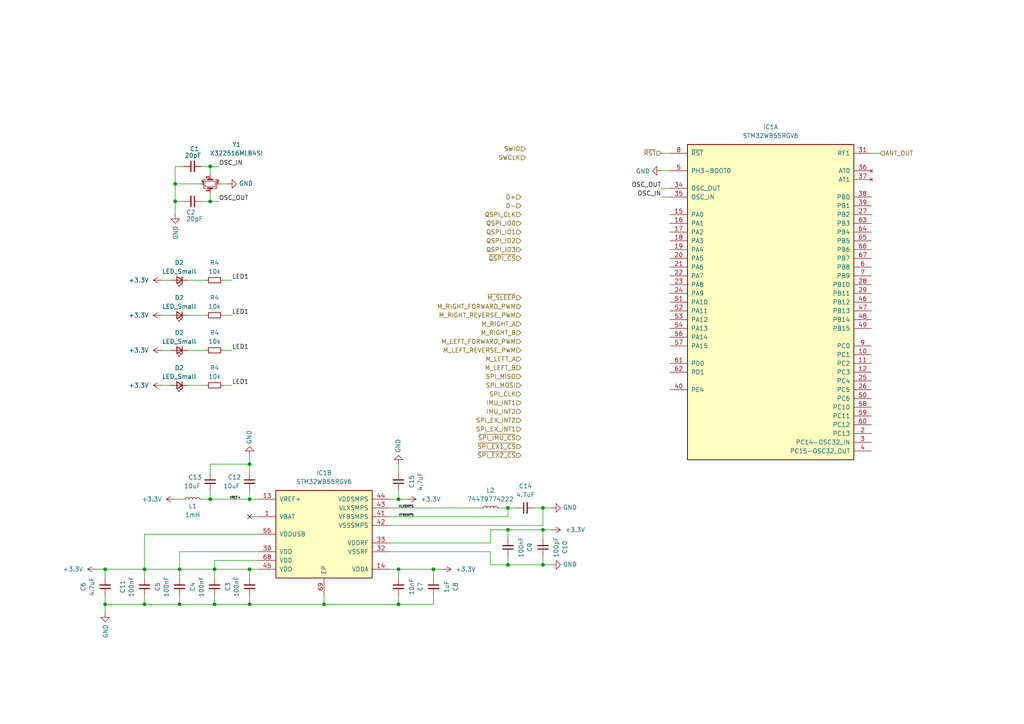
<source format=kicad_sch>
(kicad_sch (version 20230121) (generator eeschema)
  (paper "A4")
  (lib_symbols
    (symbol "Device:C_Small" (pin_numbers hide) (pin_names (offset 0.254) hide)
      (property "Reference" "C" (at 0.254 1.778 0))
      (property "Value" "C_Small" (at 0.254 -2.032 0))
      (symbol "C_Small_0_1"
        (polyline (pts (xy -1.524 -0.508) (xy 1.524 -0.508)) (stroke (width 0.3302)))
        (polyline (pts (xy -1.524 0.508) (xy 1.524 0.508)) (stroke (width 0.3048)))
      )
      (symbol "C_Small_1_1"
        (pin passive line (at 0 2.54 270) (length 2.032) (name "~") (number "1"))
        (pin passive line (at 0 -2.54 90) (length 2.032) (name "~") (number "2"))
      )
    )
    (symbol "Device:Crystal_GND24_Small" (pin_names (offset 1.016) hide)
      (property "Reference" "Y" (at 1.27 4.445 0))
      (property "Value" "Crystal_GND24_Small" (at 1.27 2.54 0))
      (symbol "Crystal_GND24_Small_0_1"
        (rectangle (start -0.762 -1.524) (end 0.762 1.524))
        (polyline (pts (xy -1.27 -0.762) (xy -1.27 0.762)) (stroke (width 0.381)))
        (polyline (pts (xy 1.27 -0.762) (xy 1.27 0.762)) (stroke (width 0.381)))
        (polyline (pts (xy -1.27 -1.27) (xy -1.27 -1.905) (xy 1.27 -1.905) (xy 1.27 -1.27)))
        (polyline (pts (xy -1.27 1.27) (xy -1.27 1.905) (xy 1.27 1.905) (xy 1.27 1.27)))
      )
      (symbol "Crystal_GND24_Small_1_1"
        (pin passive line (at -2.54 0 0) (length 1.27) (name "1") (number "1"))
        (pin passive line (at 0 -2.54 90) (length 0.635) (name "2") (number "2"))
        (pin passive line (at 2.54 0 180) (length 1.27) (name "3") (number "3"))
        (pin passive line (at 0 2.54 270) (length 0.635) (name "4") (number "4"))
      )
    )
    (symbol "Device:LED_Small" (pin_numbers hide) (pin_names (offset 0.254) hide)
      (property "Reference" "D" (at -1.27 3.175 0))
      (property "Value" "LED_Small" (at -4.445 -2.54 0))
      (symbol "LED_Small_0_1"
        (polyline (pts (xy -0.762 -1.016) (xy -0.762 1.016)) (stroke (width 0.254)))
        (polyline (pts (xy 1.016 0) (xy -0.762 0)))
        (polyline (pts (xy 0.762 -1.016) (xy -0.762 0) (xy 0.762 1.016) (xy 0.762 -1.016)) (stroke (width 0.254)))
        (polyline (pts (xy 0 0.762) (xy -0.508 1.27) (xy -0.254 1.27) (xy -0.508 1.27) (xy -0.508 1.016)))
        (polyline (pts (xy 0.508 1.27) (xy 0 1.778) (xy 0.254 1.778) (xy 0 1.778) (xy 0 1.524)))
      )
      (symbol "LED_Small_1_1"
        (pin passive line (at -2.54 0 0) (length 1.778) (name "K") (number "1"))
        (pin passive line (at 2.54 0 180) (length 1.778) (name "A") (number "2"))
      )
    )
    (symbol "Device:L_Small" (pin_numbers hide) (pin_names (offset 0.254) hide)
      (property "Reference" "L" (at 0.762 1.016 0))
      (property "Value" "L_Small" (at 0.762 -1.016 0))
      (symbol "L_Small_0_1"
        (arc (start 0 -2.032) (mid 0.5058 -1.524) (end 0 -1.016))
        (arc (start 0 -1.016) (mid 0.5058 -0.508) (end 0 0))
        (arc (start 0 0) (mid 0.5058 0.508) (end 0 1.016))
        (arc (start 0 1.016) (mid 0.5058 1.524) (end 0 2.032))
      )
      (symbol "L_Small_1_1"
        (pin passive line (at 0 2.54 270) (length 0.508) (name "~") (number "1"))
        (pin passive line (at 0 -2.54 90) (length 0.508) (name "~") (number "2"))
      )
    )
    (symbol "Device:R_Small" (pin_numbers hide) (pin_names (offset 0.254) hide)
      (property "Reference" "R" (at 0.762 0.508 0))
      (property "Value" "R_Small" (at 0.762 -1.016 0))
      (symbol "R_Small_0_1"
        (rectangle (start -0.762 1.778) (end 0.762 -1.778) (stroke (width 0.2032)))
      )
      (symbol "R_Small_1_1"
        (pin passive line (at 0 2.54 270) (length 0.762) (name "~") (number "1"))
        (pin passive line (at 0 -2.54 90) (length 0.762) (name "~") (number "2"))
      )
    )
    (symbol "Samacsys_kicad_sym:74479774222" (pin_numbers hide) (pin_names hide)
      (property "Reference" "L" (at 16.51 6.35 0))
      (property "Value" "74479774222" (at 16.51 3.81 0))
      (symbol "74479774222_0_1"
        (arc (start -1.016 0) (mid -1.524 0.5058) (end -2.032 0))
        (arc (start 0 0) (mid -0.508 0.5058) (end -1.016 0))
        (arc (start 1.016 0) (mid 0.508 0.5058) (end 0 0))
        (arc (start 2.032 0) (mid 1.524 0.5058) (end 1.016 0))
      )
      (symbol "74479774222_1_1"
        (pin passive line (at -2.54 0 0) (length 0.508) (name "~") (number "1"))
        (pin passive line (at 2.54 0 180) (length 0.508) (name "~") (number "2"))
      )
    )
    (symbol "Samacsys_kicad_sym:STM32WB55RGV6" (pin_names (offset 1.016))
      (property "Reference" "IC" (at -6.35 17.78 0))
      (property "Value" "STM32WB55RGV6" (at -6.35 15.24 0))
      (symbol "STM32WB55RGV6_1_1"
        (rectangle (start -24.13 45.72) (end 24.13 -45.72) (stroke (width 0.254)) (fill (type background)))
        (pin passive line (at 29.21 -15.24 180) (length 5.08) (name "PC1") (number "10"))
        (pin passive line (at 29.21 -17.78 180) (length 5.08) (name "PC2") (number "11"))
        (pin passive line (at 29.21 -20.32 180) (length 5.08) (name "PC3") (number "12"))
        (pin passive line (at -29.21 25.4 0) (length 5.08) (name "PA0") (number "15"))
        (pin passive line (at -29.21 22.86 0) (length 5.08) (name "PA1") (number "16"))
        (pin passive line (at -29.21 20.32 0) (length 5.08) (name "PA2") (number "17"))
        (pin passive line (at -29.21 17.78 0) (length 5.08) (name "PA3") (number "18"))
        (pin passive line (at -29.21 15.24 0) (length 5.08) (name "PA4") (number "19"))
        (pin passive line (at 29.21 -38.1 180) (length 5.08) (name "PC13") (number "2"))
        (pin passive line (at -29.21 12.7 0) (length 5.08) (name "PA5") (number "20"))
        (pin passive line (at -29.21 10.16 0) (length 5.08) (name "PA6") (number "21"))
        (pin passive line (at -29.21 7.62 0) (length 5.08) (name "PA7") (number "22"))
        (pin passive line (at -29.21 5.08 0) (length 5.08) (name "PA8") (number "23"))
        (pin passive line (at -29.21 2.54 0) (length 5.08) (name "PA9") (number "24"))
        (pin passive line (at 29.21 -22.86 180) (length 5.08) (name "PC4") (number "25"))
        (pin passive line (at 29.21 -25.4 180) (length 5.08) (name "PC5") (number "26"))
        (pin passive line (at 29.21 25.4 180) (length 5.08) (name "PB2") (number "27"))
        (pin passive line (at 29.21 5.08 180) (length 5.08) (name "PB10") (number "28"))
        (pin passive line (at 29.21 2.54 180) (length 5.08) (name "PB11") (number "29"))
        (pin passive line (at 29.21 -40.64 180) (length 5.08) (name "PC14-OSC32_IN") (number "3"))
        (pin passive line (at 29.21 43.18 180) (length 5.08) (name "RF1") (number "31"))
        (pin passive line (at -29.21 33.02 0) (length 5.08) (name "OSC_OUT") (number "34"))
        (pin passive line (at -29.21 30.48 0) (length 5.08) (name "OSC_IN") (number "35"))
        (pin no_connect line (at 29.21 38.1 180) (length 5.08) (name "AT0") (number "36"))
        (pin no_connect line (at 29.21 35.56 180) (length 5.08) (name "AT1") (number "37"))
        (pin passive line (at 29.21 30.48 180) (length 5.08) (name "PB0") (number "38"))
        (pin passive line (at 29.21 27.94 180) (length 5.08) (name "PB1") (number "39"))
        (pin passive line (at 29.21 -43.18 180) (length 5.08) (name "PC15-OSC32_OUT") (number "4"))
        (pin passive line (at -29.21 -25.4 0) (length 5.08) (name "PE4") (number "40"))
        (pin passive line (at 29.21 0 180) (length 5.08) (name "PB12") (number "46"))
        (pin passive line (at 29.21 -2.54 180) (length 5.08) (name "PB13") (number "47"))
        (pin passive line (at 29.21 -5.08 180) (length 5.08) (name "PB14") (number "48"))
        (pin passive line (at 29.21 -7.62 180) (length 5.08) (name "PB15") (number "49"))
        (pin passive line (at -29.21 38.1 0) (length 5.08) (name "PH3-BOOT0") (number "5"))
        (pin passive line (at 29.21 -27.94 180) (length 5.08) (name "PC6") (number "50"))
        (pin passive line (at -29.21 0 0) (length 5.08) (name "PA10") (number "51"))
        (pin passive line (at -29.21 -2.54 0) (length 5.08) (name "PA11") (number "52"))
        (pin passive line (at -29.21 -5.08 0) (length 5.08) (name "PA12") (number "53"))
        (pin passive line (at -29.21 -7.62 0) (length 5.08) (name "PA13") (number "54"))
        (pin passive line (at -29.21 -10.16 0) (length 5.08) (name "PA14") (number "56"))
        (pin passive line (at -29.21 -12.7 0) (length 5.08) (name "PA15") (number "57"))
        (pin passive line (at 29.21 -30.48 180) (length 5.08) (name "PC10") (number "58"))
        (pin passive line (at 29.21 -33.02 180) (length 5.08) (name "PC11") (number "59"))
        (pin passive line (at 29.21 10.16 180) (length 5.08) (name "PB8") (number "6"))
        (pin passive line (at 29.21 -35.56 180) (length 5.08) (name "PC12") (number "60"))
        (pin passive line (at -29.21 -17.78 0) (length 5.08) (name "PD0") (number "61"))
        (pin passive line (at -29.21 -20.32 0) (length 5.08) (name "PD1") (number "62"))
        (pin passive line (at 29.21 22.86 180) (length 5.08) (name "PB3") (number "63"))
        (pin passive line (at 29.21 20.32 180) (length 5.08) (name "PB4") (number "64"))
        (pin passive line (at 29.21 17.78 180) (length 5.08) (name "PB5") (number "65"))
        (pin passive line (at 29.21 15.24 180) (length 5.08) (name "PB6") (number "66"))
        (pin passive line (at 29.21 12.7 180) (length 5.08) (name "PB7") (number "67"))
        (pin passive line (at 29.21 7.62 180) (length 5.08) (name "PB9") (number "7"))
        (pin passive line (at -29.21 43.18 0) (length 5.08) (name "~{RST}") (number "8"))
        (pin passive line (at 29.21 -12.7 180) (length 5.08) (name "PC0") (number "9"))
      )
      (symbol "STM32WB55RGV6_2_1"
        (rectangle (start -13.97 12.7) (end 13.97 -12.7) (stroke (width 0.254)) (fill (type background)))
        (pin passive line (at -19.05 5.08 0) (length 5.08) (name "VBAT") (number "1"))
        (pin passive line (at -19.05 10.16 0) (length 5.08) (name "VREF+") (number "13"))
        (pin passive line (at 19.05 -10.16 180) (length 5.08) (name "VDDA") (number "14"))
        (pin passive line (at -19.05 -5.08 0) (length 5.08) (name "VDD") (number "30"))
        (pin passive line (at 19.05 -5.08 180) (length 5.08) (name "VSSRF") (number "32"))
        (pin passive line (at 19.05 -2.54 180) (length 5.08) (name "VDDRF") (number "33"))
        (pin passive line (at 19.05 5.08 180) (length 5.08) (name "VFBSMPS") (number "41"))
        (pin passive line (at 19.05 2.54 180) (length 5.08) (name "VSSSMPS") (number "42"))
        (pin passive line (at 19.05 7.62 180) (length 5.08) (name "VLXSMPS") (number "43"))
        (pin passive line (at 19.05 10.16 180) (length 5.08) (name "VDDSMPS") (number "44"))
        (pin passive line (at -19.05 -10.16 0) (length 5.08) (name "VDD") (number "45"))
        (pin passive line (at -19.05 0 0) (length 5.08) (name "VDDUSB") (number "55"))
        (pin passive line (at -19.05 -7.62 0) (length 5.08) (name "VDD") (number "68"))
        (pin passive line (at 0 -17.78 90) (length 5.08) (name "EP") (number "69"))
      )
    )
    (symbol "power:+3.3V" (power) (pin_names (offset 0))
      (property "Value" "+3.3V" (at 0 3.556 0))
      (symbol "+3.3V_0_1"
        (polyline (pts (xy -0.762 1.27) (xy 0 2.54)))
        (polyline (pts (xy 0 0) (xy 0 2.54)))
        (polyline (pts (xy 0 2.54) (xy 0.762 1.27)))
      )
      (symbol "+3.3V_1_1"
        (pin power_in line (at 0 0 90) (length 0) hide (name "+3.3V") (number "1"))
      )
    )
    (symbol "power:GND" (power) (pin_names (offset 0))
      (property "Value" "GND" (at 0 -3.81 0))
      (symbol "GND_0_1"
        (polyline (pts (xy 0 0) (xy 0 -1.27) (xy 1.27 -1.27) (xy 0 -2.54) (xy -1.27 -1.27) (xy 0 -1.27)))
      )
      (symbol "GND_1_1"
        (pin power_in line (at 0 0 270) (length 0) hide (name "GND") (number "1"))
      )
    )
  )
  (junction (at 125.73 165.1))
  (junction (at 115.57 144.78))
  (junction (at 157.48 147.32))
  (junction (at 41.91 165.1))
  (junction (at 157.48 163.83))
  (junction (at 72.39 175.26))
  (junction (at 72.39 165.1))
  (junction (at 147.32 153.67))
  (junction (at 50.8 53.34))
  (junction (at 60.96 58.42))
  (junction (at 60.96 144.78))
  (junction (at 72.39 144.78))
  (junction (at 147.32 163.83))
  (junction (at 157.48 153.67))
  (junction (at 52.07 165.1))
  (junction (at 115.57 165.1))
  (junction (at 30.48 175.26))
  (junction (at 50.8 58.42))
  (junction (at 52.07 175.26))
  (junction (at 93.98 175.26))
  (junction (at 62.23 165.1))
  (junction (at 62.23 175.26))
  (junction (at 147.32 147.32))
  (junction (at 30.48 165.1))
  (junction (at 72.39 134.62))
  (junction (at 41.91 175.26))
  (junction (at 60.96 48.26))
  (junction (at 115.57 175.26))
  (no_connect (at 72.39 149.86))
  (wire (pts (xy 115.57 175.26) (xy 93.98 175.26)))
  (wire (pts (xy 60.96 58.42) (xy 63.5 58.42)))
  (wire (pts (xy 72.39 165.1) (xy 62.23 165.1)))
  (wire (pts (xy 72.39 149.86) (xy 74.93 149.86)))
  (wire (pts (xy 46.99 91.44) (xy 49.53 91.44)))
  (wire (pts (xy 52.07 160.02) (xy 52.07 165.1)))
  (wire (pts (xy 63.5 53.34) (xy 66.04 53.34)))
  (wire (pts (xy 60.96 142.24) (xy 60.96 144.78)))
  (wire (pts (xy 41.91 175.26) (xy 52.07 175.26)))
  (wire (pts (xy 157.48 153.67) (xy 160.02 153.67)))
  (wire (pts (xy 144.78 147.32) (xy 147.32 147.32)))
  (wire (pts (xy 30.48 165.1) (xy 30.48 167.64)))
  (wire (pts (xy 50.8 144.78) (xy 53.34 144.78)))
  (wire (pts (xy 74.93 162.56) (xy 62.23 162.56)))
  (wire (pts (xy 157.48 156.21) (xy 157.48 153.67)))
  (wire (pts (xy 54.61 81.28) (xy 59.69 81.28)))
  (wire (pts (xy 50.8 53.34) (xy 50.8 58.42)))
  (wire (pts (xy 41.91 172.72) (xy 41.91 175.26)))
  (wire (pts (xy 115.57 165.1) (xy 115.57 167.64)))
  (wire (pts (xy 60.96 144.78) (xy 72.39 144.78)))
  (wire (pts (xy 30.48 165.1) (xy 41.91 165.1)))
  (wire (pts (xy 191.77 49.53) (xy 194.31 49.53)))
  (wire (pts (xy 157.48 163.83) (xy 147.32 163.83)))
  (wire (pts (xy 113.03 165.1) (xy 115.57 165.1)))
  (wire (pts (xy 50.8 48.26) (xy 50.8 53.34)))
  (wire (pts (xy 64.77 101.6) (xy 67.31 101.6)))
  (wire (pts (xy 53.34 48.26) (xy 50.8 48.26)))
  (wire (pts (xy 74.93 154.94) (xy 41.91 154.94)))
  (wire (pts (xy 46.99 101.6) (xy 49.53 101.6)))
  (wire (pts (xy 60.96 144.78) (xy 58.42 144.78)))
  (wire (pts (xy 60.96 58.42) (xy 60.96 55.88)))
  (wire (pts (xy 30.48 175.26) (xy 41.91 175.26)))
  (wire (pts (xy 52.07 165.1) (xy 52.07 167.64)))
  (wire (pts (xy 72.39 175.26) (xy 93.98 175.26)))
  (wire (pts (xy 60.96 48.26) (xy 58.42 48.26)))
  (wire (pts (xy 125.73 175.26) (xy 115.57 175.26)))
  (wire (pts (xy 115.57 142.24) (xy 115.57 144.78)))
  (wire (pts (xy 113.03 147.32) (xy 139.7 147.32)))
  (wire (pts (xy 54.61 91.44) (xy 59.69 91.44)))
  (wire (pts (xy 113.03 157.48) (xy 142.24 157.48)))
  (wire (pts (xy 157.48 163.83) (xy 160.02 163.83)))
  (wire (pts (xy 157.48 153.67) (xy 147.32 153.67)))
  (wire (pts (xy 41.91 165.1) (xy 41.91 167.64)))
  (wire (pts (xy 74.93 165.1) (xy 72.39 165.1)))
  (wire (pts (xy 252.73 44.45) (xy 255.27 44.45)))
  (wire (pts (xy 62.23 165.1) (xy 62.23 167.64)))
  (wire (pts (xy 125.73 165.1) (xy 128.27 165.1)))
  (wire (pts (xy 142.24 163.83) (xy 147.32 163.83)))
  (wire (pts (xy 27.94 165.1) (xy 30.48 165.1)))
  (wire (pts (xy 62.23 175.26) (xy 52.07 175.26)))
  (wire (pts (xy 30.48 172.72) (xy 30.48 175.26)))
  (wire (pts (xy 52.07 175.26) (xy 52.07 172.72)))
  (wire (pts (xy 147.32 163.83) (xy 147.32 161.29)))
  (wire (pts (xy 54.61 101.6) (xy 59.69 101.6)))
  (wire (pts (xy 62.23 172.72) (xy 62.23 175.26)))
  (wire (pts (xy 64.77 91.44) (xy 67.31 91.44)))
  (wire (pts (xy 60.96 137.16) (xy 60.96 134.62)))
  (wire (pts (xy 30.48 177.8) (xy 30.48 175.26)))
  (wire (pts (xy 41.91 165.1) (xy 52.07 165.1)))
  (wire (pts (xy 74.93 160.02) (xy 52.07 160.02)))
  (wire (pts (xy 115.57 134.62) (xy 115.57 137.16)))
  (wire (pts (xy 60.96 48.26) (xy 63.5 48.26)))
  (wire (pts (xy 113.03 144.78) (xy 115.57 144.78)))
  (wire (pts (xy 115.57 172.72) (xy 115.57 175.26)))
  (wire (pts (xy 142.24 160.02) (xy 142.24 163.83)))
  (wire (pts (xy 72.39 142.24) (xy 72.39 144.78)))
  (wire (pts (xy 72.39 134.62) (xy 72.39 137.16)))
  (wire (pts (xy 72.39 165.1) (xy 72.39 167.64)))
  (wire (pts (xy 46.99 111.76) (xy 49.53 111.76)))
  (wire (pts (xy 50.8 62.23) (xy 50.8 58.42)))
  (wire (pts (xy 72.39 172.72) (xy 72.39 175.26)))
  (wire (pts (xy 157.48 147.32) (xy 160.02 147.32)))
  (wire (pts (xy 62.23 165.1) (xy 52.07 165.1)))
  (wire (pts (xy 72.39 175.26) (xy 62.23 175.26)))
  (wire (pts (xy 64.77 111.76) (xy 67.31 111.76)))
  (wire (pts (xy 72.39 132.08) (xy 72.39 134.62)))
  (wire (pts (xy 125.73 167.64) (xy 125.73 165.1)))
  (wire (pts (xy 50.8 53.34) (xy 58.42 53.34)))
  (wire (pts (xy 46.99 81.28) (xy 49.53 81.28)))
  (wire (pts (xy 147.32 153.67) (xy 147.32 156.21)))
  (wire (pts (xy 157.48 147.32) (xy 157.48 152.4)))
  (wire (pts (xy 142.24 153.67) (xy 147.32 153.67)))
  (wire (pts (xy 191.77 57.15) (xy 194.31 57.15)))
  (wire (pts (xy 154.94 147.32) (xy 157.48 147.32)))
  (wire (pts (xy 41.91 154.94) (xy 41.91 165.1)))
  (wire (pts (xy 142.24 157.48) (xy 142.24 153.67)))
  (wire (pts (xy 147.32 147.32) (xy 147.32 149.86)))
  (wire (pts (xy 72.39 144.78) (xy 74.93 144.78)))
  (wire (pts (xy 147.32 147.32) (xy 149.86 147.32)))
  (wire (pts (xy 113.03 152.4) (xy 157.48 152.4)))
  (wire (pts (xy 62.23 162.56) (xy 62.23 165.1)))
  (wire (pts (xy 191.77 54.61) (xy 194.31 54.61)))
  (wire (pts (xy 60.96 48.26) (xy 60.96 50.8)))
  (wire (pts (xy 125.73 165.1) (xy 115.57 165.1)))
  (wire (pts (xy 54.61 111.76) (xy 59.69 111.76)))
  (wire (pts (xy 64.77 81.28) (xy 67.31 81.28)))
  (wire (pts (xy 113.03 149.86) (xy 147.32 149.86)))
  (wire (pts (xy 93.98 175.26) (xy 93.98 172.72)))
  (wire (pts (xy 191.77 44.45) (xy 194.31 44.45)))
  (wire (pts (xy 125.73 172.72) (xy 125.73 175.26)))
  (wire (pts (xy 157.48 161.29) (xy 157.48 163.83)))
  (wire (pts (xy 113.03 160.02) (xy 142.24 160.02)))
  (wire (pts (xy 115.57 144.78) (xy 118.11 144.78)))
  (wire (pts (xy 50.8 58.42) (xy 53.34 58.42)))
  (wire (pts (xy 60.96 134.62) (xy 72.39 134.62)))
  (wire (pts (xy 58.42 58.42) (xy 60.96 58.42)))
  (label "OSC_OUT" (at 63.5 58.42 0))
  (label "VLXSMPS" (at 115.57 147.32 0) (effects (font (size 0.635 0.635))))
  (label "VREF+" (at 69.85 144.78 180) (effects (font (size 0.635 0.635))))
  (label "OSC_IN" (at 191.77 57.15 180))
  (label "LED1" (at 67.31 111.76 0))
  (label "LED1" (at 67.31 101.6 0))
  (label "LED1" (at 67.31 91.44 0))
  (label "OSC_IN" (at 63.5 48.26 0))
  (label "OSC_OUT" (at 191.77 54.61 180))
  (label "LED1" (at 67.31 81.28 0))
  (label "VFBSMPS" (at 115.57 149.86 0) (effects (font (size 0.635 0.635))))
  (hierarchical_label "D-" (shape input) (at 151.13 59.69 180))
  (hierarchical_label "M_RIGHT_B" (shape input) (at 151.13 96.52 180))
  (hierarchical_label "SPI_EX_INT2" (shape input) (at 151.13 121.92 180))
  (hierarchical_label "SPI_EX_INT1" (shape input) (at 151.13 124.46 180))
  (hierarchical_label "SPI_CLK" (shape input) (at 151.13 114.3 180))
  (hierarchical_label "M_LEFT_FORWARD_PWM" (shape input) (at 151.13 99.06 180))
  (hierarchical_label "SWCLK" (shape input) (at 152.4 45.72 180))
  (hierarchical_label "~{RST}" (shape input) (at 191.77 44.45 180))
  (hierarchical_label "~{SPI_IMU_CS}" (shape input) (at 151.13 127 180))
  (hierarchical_label "SWIO" (shape input) (at 152.4 43.18 180))
  (hierarchical_label "D+" (shape input) (at 151.13 57.15 180))
  (hierarchical_label "QSPI_IO3" (shape input) (at 151.13 72.39 180))
  (hierarchical_label "SPI_MISO" (shape input) (at 151.13 109.22 180))
  (hierarchical_label "~{M_SLEEP}" (shape input) (at 151.13 86.36 180))
  (hierarchical_label "~{SPI_EX2_CS}" (shape input) (at 151.13 132.08 180))
  (hierarchical_label "QSPI_CLK" (shape input) (at 151.13 62.23 180))
  (hierarchical_label "SPI_MOSI" (shape input) (at 151.13 111.76 180))
  (hierarchical_label "M_RIGHT_FORWARD_PWM" (shape input) (at 151.13 88.9 180))
  (hierarchical_label "QSPI_IO1" (shape input) (at 151.13 67.31 180))
  (hierarchical_label "M_LEFT_A" (shape input) (at 151.13 104.14 180))
  (hierarchical_label "~{QSPI_CS}" (shape input) (at 151.13 74.93 180))
  (hierarchical_label "QSPI_IO0" (shape input) (at 151.13 64.77 180))
  (hierarchical_label "~{SPI_EX1_CS}" (shape input) (at 151.13 129.54 180))
  (hierarchical_label "IMU_INT2" (shape input) (at 151.13 119.38 180))
  (hierarchical_label "QSPI_IO2" (shape input) (at 151.13 69.85 180))
  (hierarchical_label "M_RIGHT_A" (shape input) (at 151.13 93.98 180))
  (hierarchical_label "ANT_OUT" (shape input) (at 255.27 44.45 0))
  (hierarchical_label "IMU_INT1" (shape input) (at 151.13 116.84 180))
  (hierarchical_label "M_LEFT_REVERSE_PWM" (shape input) (at 151.13 101.6 180))
  (hierarchical_label "M_RIGHT_REVERSE_PWM" (shape input) (at 151.13 91.44 180))
  (hierarchical_label "M_LEFT_B" (shape input) (at 151.13 106.68 180))
  (symbol (lib_id "Device:C_Small") (at 30.48 170.18 180) (unit 1)
    (property "Reference" "C6" (at 24.13 170.18 90))
    (property "Value" "4.7uF" (at 26.67 170.18 90))
    (property "Footprint" "Capacitor_SMD:C_0603_1608Metric" (effects hide))
    (property "Manufacturer_Name" "--" (effects hide))
    (property "Manufacturer_Part_Number" "--" (effects hide))
    (instances (project "SmSemProject" (path "" (reference "C6") (unit 1))) (project "PUTM_EV_BMS_HV_Master_2021" (path "" (reference "C43") (unit 1))))
  )
  (symbol (lib_id "Device:C_Small") (at 55.88 58.42 270) (unit 1)
    (property "Reference" "C2" (at 53.975 61.595 90) (effects (justify left)))
    (property "Value" "20pF" (at 53.975 63.5 90) (effects (justify left)))
    (property "Footprint" "Capacitor_SMD:C_0603_1608Metric" (effects hide))
    (property "Manufacturer_Name" "--" (effects hide))
    (property "Manufacturer_Part_Number" "--" (effects hide))
    (instances (project "SmSemProject" (path "" (reference "C2") (unit 1))) (project "PUTM_EV_BMS_HV_Master_2021" (path "" (reference "C44") (unit 1))))
  )
  (symbol (lib_id "Device:LED_Small") (at 52.07 91.44 180) (unit 1)
    (property "Reference" "D2" (at 52.0065 86.36 0))
    (property "Value" "LED_Small" (at 52.0065 88.9 0))
    (property "Footprint" "LED_SMD:LED_0603_1608Metric" (effects hide))
    (instances (project "SmSemProject" (path "" (reference "D2") (unit 1)) (path "" (reference "D5") (unit 1))))
  )
  (symbol (lib_id "Device:C_Small") (at 157.48 158.75 0) (mirror x) (unit 1)
    (property "Reference" "C10" (at 163.83 158.75 90))
    (property "Value" "100pF" (at 161.29 158.75 90))
    (property "Footprint" "Capacitor_SMD:C_0603_1608Metric" (effects hide))
    (property "Manufacturer_Name" "--" (effects hide))
    (property "Manufacturer_Part_Number" "--" (effects hide))
    (instances (project "SmSemProject" (path "" (reference "C10") (unit 1))) (project "PUTM_EV_BMS_HV_Master_2021" (path "" (reference "C43") (unit 1))))
  )
  (symbol (lib_id "Device:LED_Small") (at 52.07 111.76 180) (unit 1)
    (property "Reference" "D2" (at 52.0065 106.68 0))
    (property "Value" "LED_Small" (at 52.0065 109.22 0))
    (property "Footprint" "LED_SMD:LED_0603_1608Metric" (effects hide))
    (instances (project "SmSemProject" (path "" (reference "D2") (unit 1)) (path "" (reference "D7") (unit 1))))
  )
  (symbol (lib_id "Device:C_Small") (at 60.96 139.7 0) (unit 1)
    (property "Reference" "C13" (at 54.61 138.43 0) (effects (justify left)))
    (property "Value" "10uF" (at 53.34 140.97 0) (effects (justify left)))
    (property "Footprint" "Capacitor_SMD:C_0603_1608Metric" (effects hide))
    (property "Manufacturer_Name" "--" (effects hide))
    (property "Manufacturer_Part_Number" "--" (effects hide))
    (instances (project "SmSemProject" (path "" (reference "C13") (unit 1))) (project "PUTM_EV_BMS_HV_Master_2021" (path "" (reference "C7") (unit 1)) (path "" (reference "C22") (unit 1)) (path "" (reference "C26") (unit 1))))
  )
  (symbol (lib_id "power:+3.3V") (at 27.94 165.1 90) (unit 1)
    (property "Reference" "#PWR06" (effects hide))
    (property "Value" "+3.3V" (at 24.13 165.1 90) (effects (justify left)))
  )
  (symbol (lib_id "Device:C_Small") (at 115.57 139.7 180) (unit 1)
    (property "Reference" "C15" (at 119.38 139.7 90))
    (property "Value" "4.7uF" (at 121.92 139.7 90))
    (property "Footprint" "Capacitor_SMD:C_0603_1608Metric" (effects hide))
    (property "Manufacturer_Name" "--" (effects hide))
    (property "Manufacturer_Part_Number" "--" (effects hide))
    (instances (project "SmSemProject" (path "" (reference "C15") (unit 1))) (project "PUTM_EV_BMS_HV_Master_2021" (path "" (reference "C43") (unit 1))))
  )
  (symbol (lib_id "power:+3.3V") (at 46.99 91.44 90) (unit 1)
    (property "Reference" "#PWR052" (effects hide))
    (property "Value" "+3.3V" (at 43.18 91.44 90) (effects (justify left)))
  )
  (symbol (lib_id "power:+3.3V") (at 46.99 81.28 90) (unit 1)
    (property "Reference" "#PWR051" (effects hide))
    (property "Value" "+3.3V" (at 43.18 81.28 90) (effects (justify left)))
  )
  (symbol (lib_id "Device:R_Small") (at 62.23 101.6 270) (unit 1)
    (property "Reference" "R4" (at 62.23 96.52 90))
    (property "Value" "10k" (at 62.23 99.06 90))
    (property "Footprint" "Resistor_SMD:R_0603_1608Metric" (effects hide))
    (instances (project "SmSemProject" (path "" (reference "R4") (unit 1)) (path "" (reference "R7") (unit 1))))
  )
  (symbol (lib_id "power:GND") (at 50.8 62.23 0) (unit 1)
    (property "Reference" "#PWR03" (effects hide))
    (property "Value" "GND" (at 50.927 65.4812 90) (effects (justify right)))
    (instances (project "SmSemProject" (path "" (reference "#PWR03") (unit 1))) (project "PUTM_EV_BMS_HV_Master_2021" (path "" (reference "#PWR091") (unit 1))))
  )
  (symbol (lib_id "power:+3.3V") (at 46.99 101.6 90) (unit 1)
    (property "Reference" "#PWR053" (effects hide))
    (property "Value" "+3.3V" (at 43.18 101.6 90) (effects (justify left)))
  )
  (symbol (lib_id "Samacsys_kicad_sym:74479774222") (at 142.24 147.32 0) (unit 1)
    (property "Reference" "L2" (at 142.24 142.24 0))
    (property "Value" "74479774222" (at 142.24 144.78 0))
    (property "Footprint" "Samacsys:WE-PMI_080562" (effects hide))
    (property "Mouser Part Number" "710-74479774222" (effects hide))
    (property "Mouser Price/Stock" "https://www.mouser.co.uk/ProductDetail/Wurth-Elektronik/74479774222?qs=%252BUQ4csG8Rsd58%2FKCVoLnRw%3D%3D" (effects hide))
    (property "Manufacturer_Name" "Wurth Elektronik" (effects hide))
    (property "Manufacturer_Part_Number" "74479774222" (effects hide))
  )
  (symbol (lib_id "Device:C_Small") (at 152.4 147.32 90) (unit 1)
    (property "Reference" "C14" (at 152.4 140.97 90))
    (property "Value" "4.7uF" (at 152.4 143.51 90))
    (property "Footprint" "Capacitor_SMD:C_0603_1608Metric" (effects hide))
    (property "Manufacturer_Name" "--" (effects hide))
    (property "Manufacturer_Part_Number" "--" (effects hide))
    (instances (project "SmSemProject" (path "" (reference "C14") (unit 1))) (project "PUTM_EV_BMS_HV_Master_2021" (path "" (reference "C43") (unit 1))))
  )
  (symbol (lib_id "Device:R_Small") (at 62.23 91.44 270) (unit 1)
    (property "Reference" "R4" (at 62.23 86.36 90))
    (property "Value" "10k" (at 62.23 88.9 90))
    (property "Footprint" "Resistor_SMD:R_0603_1608Metric" (effects hide))
    (instances (project "SmSemProject" (path "" (reference "R4") (unit 1)) (path "" (reference "R6") (unit 1))))
  )
  (symbol (lib_id "power:+3.3V") (at 160.02 153.67 270) (unit 1)
    (property "Reference" "#PWR08" (effects hide))
    (property "Value" "+3.3V" (at 163.83 153.67 90) (effects (justify left)))
  )
  (symbol (lib_id "power:+3.3V") (at 118.11 144.78 270) (unit 1)
    (property "Reference" "#PWR013" (effects hide))
    (property "Value" "+3.3V" (at 121.92 144.78 90) (effects (justify left)))
  )
  (symbol (lib_id "Device:LED_Small") (at 52.07 101.6 180) (unit 1)
    (property "Reference" "D2" (at 52.0065 96.52 0))
    (property "Value" "LED_Small" (at 52.0065 99.06 0))
    (property "Footprint" "LED_SMD:LED_0603_1608Metric" (effects hide))
    (instances (project "SmSemProject" (path "" (reference "D2") (unit 1)) (path "" (reference "D6") (unit 1))))
  )
  (symbol (lib_id "Device:C_Small") (at 115.57 170.18 0) (unit 1)
    (property "Reference" "C7" (at 121.92 170.18 90))
    (property "Value" "10nF" (at 119.38 170.18 90))
    (property "Footprint" "Capacitor_SMD:C_0603_1608Metric" (effects hide))
    (property "Manufacturer_Name" "--" (effects hide))
    (property "Manufacturer_Part_Number" "--" (effects hide))
    (instances (project "SmSemProject" (path "" (reference "C7") (unit 1))) (project "PUTM_EV_BMS_HV_Master_2021" (path "" (reference "C43") (unit 1))))
  )
  (symbol (lib_id "Device:R_Small") (at 62.23 81.28 270) (unit 1)
    (property "Reference" "R4" (at 62.23 76.2 90))
    (property "Value" "10k" (at 62.23 78.74 90))
    (property "Footprint" "Resistor_SMD:R_0603_1608Metric" (effects hide))
    (instances (project "SmSemProject" (path "" (reference "R4") (unit 1)) (path "" (reference "R5") (unit 1))))
  )
  (symbol (lib_id "Device:LED_Small") (at 52.07 81.28 180) (unit 1)
    (property "Reference" "D2" (at 52.0065 76.2 0))
    (property "Value" "LED_Small" (at 52.0065 78.74 0))
    (property "Footprint" "LED_SMD:LED_0603_1608Metric" (effects hide))
    (instances (project "SmSemProject" (path "" (reference "D2") (unit 1)) (path "" (reference "D4") (unit 1))))
  )
  (symbol (lib_id "power:+3.3V") (at 46.99 111.76 90) (unit 1)
    (property "Reference" "#PWR054" (effects hide))
    (property "Value" "+3.3V" (at 43.18 111.76 90) (effects (justify left)))
  )
  (symbol (lib_id "power:GND") (at 115.57 134.62 180) (unit 1)
    (property "Reference" "#PWR014" (effects hide))
    (property "Value" "GND" (at 115.443 131.3688 90) (effects (justify right)))
    (instances (project "SmSemProject" (path "" (reference "#PWR014") (unit 1))) (project "PUTM_EV_BMS_HV_Master_2021" (path "" (reference "#PWR091") (unit 1))))
  )
  (symbol (lib_id "Device:C_Small") (at 52.07 170.18 180) (unit 1)
    (property "Reference" "C5" (at 45.72 170.18 90))
    (property "Value" "100nF" (at 48.26 170.18 90))
    (property "Footprint" "Capacitor_SMD:C_0603_1608Metric" (effects hide))
    (property "Manufacturer_Name" "--" (effects hide))
    (property "Manufacturer_Part_Number" "--" (effects hide))
    (instances (project "SmSemProject" (path "" (reference "C5") (unit 1))) (project "PUTM_EV_BMS_HV_Master_2021" (path "" (reference "C43") (unit 1))))
  )
  (symbol (lib_id "power:GND") (at 72.39 132.08 180) (unit 1)
    (property "Reference" "#PWR011" (effects hide))
    (property "Value" "GND" (at 72.263 128.8288 90) (effects (justify right)))
    (instances (project "SmSemProject" (path "" (reference "#PWR011") (unit 1))) (project "PUTM_EV_BMS_HV_Master_2021" (path "" (reference "#PWR091") (unit 1))))
  )
  (symbol (lib_id "power:GND") (at 160.02 147.32 90) (unit 1)
    (property "Reference" "#PWR012" (effects hide))
    (property "Value" "GND" (at 163.2712 147.193 90) (effects (justify right)))
    (instances (project "SmSemProject" (path "" (reference "#PWR012") (unit 1))) (project "PUTM_EV_BMS_HV_Master_2021" (path "" (reference "#PWR091") (unit 1))))
  )
  (symbol (lib_id "Device:C_Small") (at 147.32 158.75 0) (mirror x) (unit 1)
    (property "Reference" "C9" (at 153.67 158.75 90))
    (property "Value" "100nF" (at 151.13 158.75 90))
    (property "Footprint" "Capacitor_SMD:C_0603_1608Metric" (effects hide))
    (property "Manufacturer_Name" "--" (effects hide))
    (property "Manufacturer_Part_Number" "--" (effects hide))
    (instances (project "SmSemProject" (path "" (reference "C9") (unit 1))) (project "PUTM_EV_BMS_HV_Master_2021" (path "" (reference "C43") (unit 1))))
  )
  (symbol (lib_id "power:GND") (at 160.02 163.83 90) (unit 1)
    (property "Reference" "#PWR05" (effects hide))
    (property "Value" "GND" (at 163.2712 163.703 90) (effects (justify right)))
    (instances (project "SmSemProject" (path "" (reference "#PWR05") (unit 1))) (project "PUTM_EV_BMS_HV_Master_2021" (path "" (reference "#PWR091") (unit 1))))
  )
  (symbol (lib_id "Device:C_Small") (at 72.39 170.18 180) (unit 1)
    (property "Reference" "C3" (at 66.04 170.18 90))
    (property "Value" "100nF" (at 68.58 170.18 90))
    (property "Footprint" "Capacitor_SMD:C_0603_1608Metric" (effects hide))
    (property "Manufacturer_Name" "--" (effects hide))
    (property "Manufacturer_Part_Number" "--" (effects hide))
    (instances (project "SmSemProject" (path "" (reference "C3") (unit 1))) (project "PUTM_EV_BMS_HV_Master_2021" (path "" (reference "C43") (unit 1))))
  )
  (symbol (lib_id "Device:R_Small") (at 62.23 111.76 270) (unit 1)
    (property "Reference" "R4" (at 62.23 106.68 90))
    (property "Value" "10k" (at 62.23 109.22 90))
    (property "Footprint" "Resistor_SMD:R_0603_1608Metric" (effects hide))
    (instances (project "SmSemProject" (path "" (reference "R4") (unit 1)) (path "" (reference "R8") (unit 1))))
  )
  (symbol (lib_id "power:+3.3V") (at 50.8 144.78 90) (unit 1)
    (property "Reference" "#PWR010" (effects hide))
    (property "Value" "+3.3V" (at 46.99 144.78 90) (effects (justify left)))
  )
  (symbol (lib_id "Device:L_Small") (at 55.88 144.78 90) (unit 1)
    (property "Reference" "L1" (at 55.88 146.05 90) (effects (justify bottom)))
    (property "Value" "1mH" (at 55.88 148.59 90) (effects (justify bottom)))
    (property "Footprint" "Inductor_SMD:L_1206_3216Metric" (effects hide))
    (property "Manufacturer_Part_Number" "LB3218T102K" (effects hide))
    (property "Mouser Part Number" "963-LB3218T102K" (effects hide))
    (property "Mouser Price/Stock" "https://www.mouser.pl/ProductDetail/TAIYO-YUDEN/LB3218T102K?qs=I6KAKw0tg2xz0leHHx%252BE%252BA%3D%3D" (effects hide))
    (instances (project "SmSemProject" (path "" (reference "L1") (unit 1))) (project "PUTM_EV_BMS_HV_Master_2021" (path "" (reference "L11") (unit 1)) (path "" (reference "L10") (unit 1)) (path "" (reference "L12") (unit 1)) (path "" (reference "L6") (unit 1))))
  )
  (symbol (lib_id "Samacsys_kicad_sym:STM32WB55RGV6") (at 223.52 87.63 0) (unit 1)
    (property "Reference" "IC1" (at 223.52 36.83 0))
    (property "Value" "STM32WB55RGV6" (at 223.52 39.37 0))
    (property "Footprint" "Samacsys:QFN40P800X800X100-69N-D" (effects hide))
    (property "Datasheet" "https://www.st.com/resource/en/datasheet/stm32wb55rg.pdf" (effects hide))
    (property "Height" "1" (effects hide))
    (property "Mouser Part Number" "511-STM32WB55RGV6" (effects hide))
    (property "Mouser Price/Stock" "https://www.mouser.co.uk/ProductDetail/STMicroelectronics/STM32WB55RGV6?qs=lYGu3FyN48cg9Kq%252BQIugSQ%3D%3D" (effects hide))
    (property "Manufacturer_Name" "STMicroelectronics" (effects hide))
    (property "Manufacturer_Part_Number" "STM32WB55RGV6" (effects hide))
  )
  (symbol (lib_id "Device:C_Small") (at 55.88 48.26 90) (unit 1)
    (property "Reference" "C1" (at 57.785 43.18 90) (effects (justify left)))
    (property "Value" "20pF" (at 58.42 45.085 90) (effects (justify left)))
    (property "Footprint" "Capacitor_SMD:C_0603_1608Metric" (effects hide))
    (property "Manufacturer_Name" "--" (effects hide))
    (property "Manufacturer_Part_Number" "--" (effects hide))
    (instances (project "SmSemProject" (path "" (reference "C1") (unit 1))) (project "PUTM_EV_BMS_HV_Master_2021" (path "" (reference "C43") (unit 1))))
  )
  (symbol (lib_id "power:GND") (at 30.48 177.8 0) (unit 1)
    (property "Reference" "#PWR09" (effects hide))
    (property "Value" "GND" (at 30.607 181.0512 90) (effects (justify right)))
    (instances (project "SmSemProject" (path "" (reference "#PWR09") (unit 1))) (project "PUTM_EV_BMS_HV_Master_2021" (path "" (reference "#PWR091") (unit 1))))
  )
  (symbol (lib_id "Samacsys_kicad_sym:STM32WB55RGV6") (at 93.98 154.94 0) (unit 2)
    (property "Reference" "IC1" (at 93.98 137.16 0))
    (property "Value" "STM32WB55RGV6" (at 93.98 139.7 0))
    (property "Footprint" "Samacsys:QFN40P800X800X100-69N-D" (effects hide))
    (property "Datasheet" "https://www.st.com/resource/en/datasheet/stm32wb55rg.pdf" (effects hide))
    (property "Height" "1" (effects hide))
    (property "Mouser Part Number" "511-STM32WB55RGV6" (effects hide))
    (property "Mouser Price/Stock" "https://www.mouser.co.uk/ProductDetail/STMicroelectronics/STM32WB55RGV6?qs=lYGu3FyN48cg9Kq%252BQIugSQ%3D%3D" (effects hide))
    (property "Manufacturer_Name" "STMicroelectronics" (effects hide))
    (property "Manufacturer_Part_Number" "STM32WB55RGV6" (effects hide))
  )
  (symbol (lib_id "Device:C_Small") (at 62.23 170.18 180) (unit 1)
    (property "Reference" "C4" (at 55.88 170.18 90))
    (property "Value" "100nF" (at 58.42 170.18 90))
    (property "Footprint" "Capacitor_SMD:C_0603_1608Metric" (effects hide))
    (property "Manufacturer_Name" "--" (effects hide))
    (property "Manufacturer_Part_Number" "--" (effects hide))
    (instances (project "SmSemProject" (path "" (reference "C4") (unit 1))) (project "PUTM_EV_BMS_HV_Master_2021" (path "" (reference "C43") (unit 1))))
  )
  (symbol (lib_id "Device:C_Small") (at 72.39 139.7 0) (unit 1)
    (property "Reference" "C12" (at 66.04 138.43 0) (effects (justify left)))
    (property "Value" "10uF" (at 64.77 140.97 0) (effects (justify left)))
    (property "Footprint" "Capacitor_SMD:C_0603_1608Metric" (effects hide))
    (property "Manufacturer_Name" "--" (effects hide))
    (property "Manufacturer_Part_Number" "--" (effects hide))
    (instances (project "SmSemProject" (path "" (reference "C12") (unit 1))) (project "PUTM_EV_BMS_HV_Master_2021" (path "" (reference "C7") (unit 1)) (path "" (reference "C22") (unit 1)) (path "" (reference "C26") (unit 1))))
  )
  (symbol (lib_id "Device:Crystal_GND24_Small") (at 60.96 53.34 90) (unit 1)
    (property "Reference" "Y1" (at 68.58 41.91 90))
    (property "Value" "X322516MLB4SI" (at 68.58 44.45 90))
    (property "Footprint" "Crystal:Crystal_SMD_3225-4Pin_3.2x2.5mm" (effects hide))
    (property "Manufacturer_Name" "--" (effects hide))
    (property "Manufacturer_Part_Number" "--" (effects hide))
  )
  (symbol (lib_id "power:GND") (at 191.77 49.53 270) (unit 1)
    (property "Reference" "#PWR034" (effects hide))
    (property "Value" "GND" (at 188.5188 49.657 90) (effects (justify right)))
    (instances (project "SmSemProject" (path "" (reference "#PWR034") (unit 1))) (project "PUTM_EV_BMS_HV_Master_2021" (path "" (reference "#PWR091") (unit 1))))
  )
  (symbol (lib_id "Device:C_Small") (at 41.91 170.18 180) (unit 1)
    (property "Reference" "C11" (at 35.56 170.18 90))
    (property "Value" "100nF" (at 38.1 170.18 90))
    (property "Footprint" "Capacitor_SMD:C_0603_1608Metric" (effects hide))
    (property "Manufacturer_Name" "--" (effects hide))
    (property "Manufacturer_Part_Number" "--" (effects hide))
    (instances (project "SmSemProject" (path "" (reference "C11") (unit 1))) (project "PUTM_EV_BMS_HV_Master_2021" (path "" (reference "C43") (unit 1))))
  )
  (symbol (lib_id "power:GND") (at 66.04 53.34 90) (unit 1)
    (property "Reference" "#PWR04" (effects hide))
    (property "Value" "GND" (at 69.2912 53.213 90) (effects (justify right)))
    (instances (project "SmSemProject" (path "" (reference "#PWR04") (unit 1))) (project "PUTM_EV_BMS_HV_Master_2021" (path "" (reference "#PWR0173") (unit 1))))
  )
  (symbol (lib_id "Device:C_Small") (at 125.73 170.18 0) (unit 1)
    (property "Reference" "C8" (at 132.08 170.18 90))
    (property "Value" "1uF" (at 129.54 170.18 90))
    (property "Footprint" "Capacitor_SMD:C_0603_1608Metric" (effects hide))
    (property "Manufacturer_Name" "--" (effects hide))
    (property "Manufacturer_Part_Number" "--" (effects hide))
    (instances (project "SmSemProject" (path "" (reference "C8") (unit 1))) (project "PUTM_EV_BMS_HV_Master_2021" (path "" (reference "C43") (unit 1))))
  )
  (symbol (lib_id "power:+3.3V") (at 128.27 165.1 270) (unit 1)
    (property "Reference" "#PWR07" (effects hide))
    (property "Value" "+3.3V" (at 132.08 165.1 90) (effects (justify left)))
  )
)
</source>
